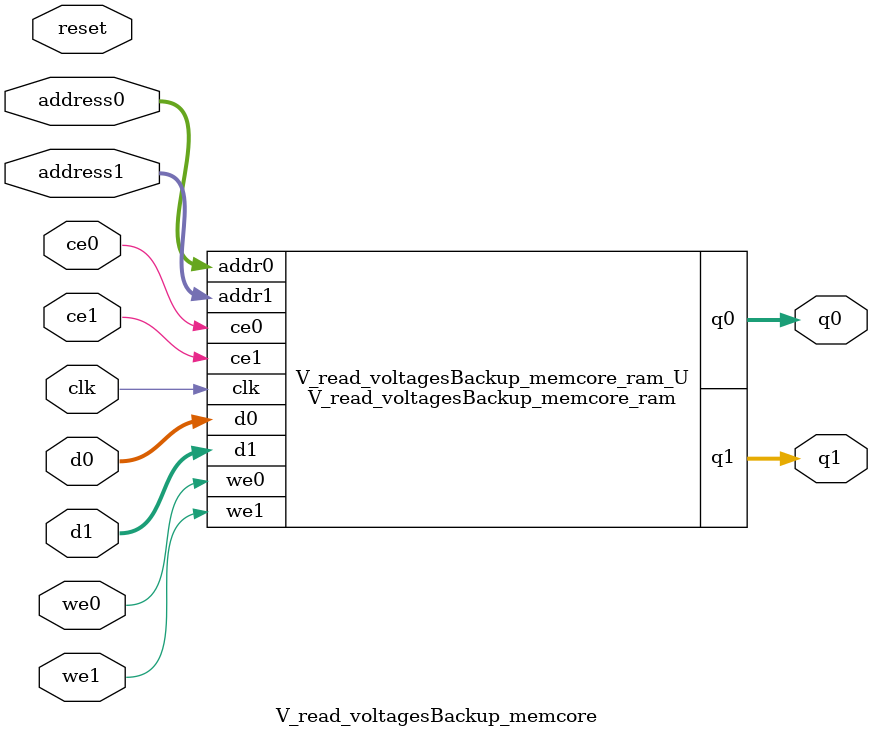
<source format=v>
`timescale 1 ns / 1 ps
module V_read_voltagesBackup_memcore_ram (addr0, ce0, d0, we0, q0, addr1, ce1, d1, we1, q1,  clk);

parameter DWIDTH = 32;
parameter AWIDTH = 14;
parameter MEM_SIZE = 10000;

input[AWIDTH-1:0] addr0;
input ce0;
input[DWIDTH-1:0] d0;
input we0;
output reg[DWIDTH-1:0] q0;
input[AWIDTH-1:0] addr1;
input ce1;
input[DWIDTH-1:0] d1;
input we1;
output reg[DWIDTH-1:0] q1;
input clk;

(* ram_style = "block" *)reg [DWIDTH-1:0] ram[0:MEM_SIZE-1];




always @(posedge clk)  
begin 
    if (ce0) 
    begin
        if (we0) 
        begin 
            ram[addr0] <= d0; 
        end 
        q0 <= ram[addr0];
    end
end


always @(posedge clk)  
begin 
    if (ce1) 
    begin
        if (we1) 
        begin 
            ram[addr1] <= d1; 
        end 
        q1 <= ram[addr1];
    end
end


endmodule

`timescale 1 ns / 1 ps
module V_read_voltagesBackup_memcore(
    reset,
    clk,
    address0,
    ce0,
    we0,
    d0,
    q0,
    address1,
    ce1,
    we1,
    d1,
    q1);

parameter DataWidth = 32'd32;
parameter AddressRange = 32'd10000;
parameter AddressWidth = 32'd14;
input reset;
input clk;
input[AddressWidth - 1:0] address0;
input ce0;
input we0;
input[DataWidth - 1:0] d0;
output[DataWidth - 1:0] q0;
input[AddressWidth - 1:0] address1;
input ce1;
input we1;
input[DataWidth - 1:0] d1;
output[DataWidth - 1:0] q1;



V_read_voltagesBackup_memcore_ram V_read_voltagesBackup_memcore_ram_U(
    .clk( clk ),
    .addr0( address0 ),
    .ce0( ce0 ),
    .we0( we0 ),
    .d0( d0 ),
    .q0( q0 ),
    .addr1( address1 ),
    .ce1( ce1 ),
    .we1( we1 ),
    .d1( d1 ),
    .q1( q1 ));

endmodule


</source>
